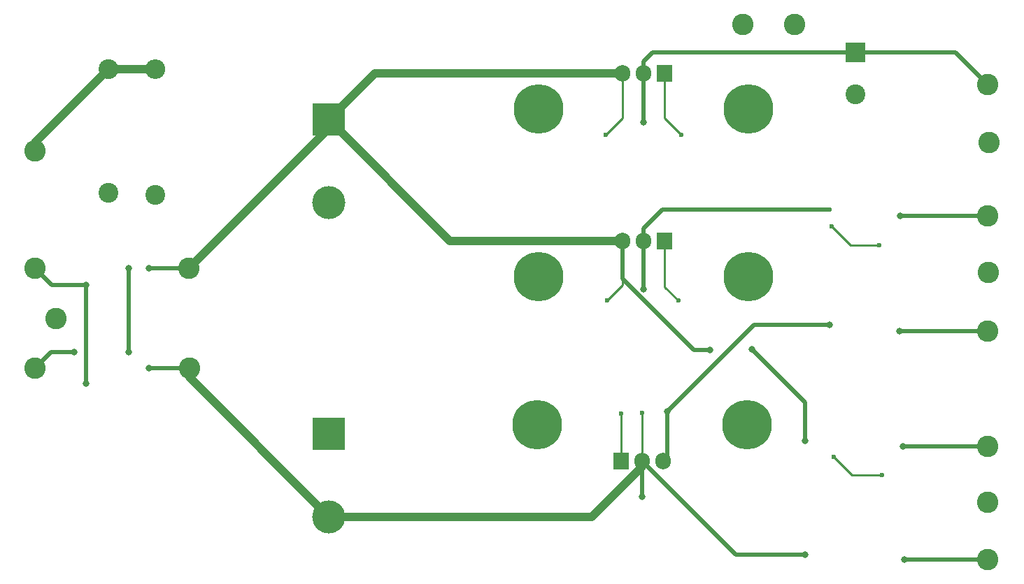
<source format=gbr>
G04 #@! TF.GenerationSoftware,KiCad,Pcbnew,(5.1.9-0-10_14)*
G04 #@! TF.CreationDate,2021-05-02T16:07:57+02:00*
G04 #@! TF.ProjectId,dac-psu,6461632d-7073-4752-9e6b-696361645f70,rev?*
G04 #@! TF.SameCoordinates,Original*
G04 #@! TF.FileFunction,Copper,L2,Bot*
G04 #@! TF.FilePolarity,Positive*
%FSLAX46Y46*%
G04 Gerber Fmt 4.6, Leading zero omitted, Abs format (unit mm)*
G04 Created by KiCad (PCBNEW (5.1.9-0-10_14)) date 2021-05-02 16:07:57*
%MOMM*%
%LPD*%
G01*
G04 APERTURE LIST*
G04 #@! TA.AperFunction,ComponentPad*
%ADD10C,2.600000*%
G04 #@! TD*
G04 #@! TA.AperFunction,ComponentPad*
%ADD11O,2.400000X2.400000*%
G04 #@! TD*
G04 #@! TA.AperFunction,ComponentPad*
%ADD12C,2.400000*%
G04 #@! TD*
G04 #@! TA.AperFunction,ComponentPad*
%ADD13C,4.000000*%
G04 #@! TD*
G04 #@! TA.AperFunction,ComponentPad*
%ADD14R,4.000000X4.000000*%
G04 #@! TD*
G04 #@! TA.AperFunction,ComponentPad*
%ADD15O,1.905000X2.000000*%
G04 #@! TD*
G04 #@! TA.AperFunction,ComponentPad*
%ADD16R,1.905000X2.000000*%
G04 #@! TD*
G04 #@! TA.AperFunction,ComponentPad*
%ADD17C,6.000000*%
G04 #@! TD*
G04 #@! TA.AperFunction,ComponentPad*
%ADD18R,2.400000X2.400000*%
G04 #@! TD*
G04 #@! TA.AperFunction,ViaPad*
%ADD19C,0.600000*%
G04 #@! TD*
G04 #@! TA.AperFunction,ViaPad*
%ADD20C,0.800000*%
G04 #@! TD*
G04 #@! TA.AperFunction,Conductor*
%ADD21C,0.250000*%
G04 #@! TD*
G04 #@! TA.AperFunction,Conductor*
%ADD22C,1.000000*%
G04 #@! TD*
G04 #@! TA.AperFunction,Conductor*
%ADD23C,0.500000*%
G04 #@! TD*
G04 APERTURE END LIST*
D10*
X116459000Y-96139000D03*
X116395500Y-84074000D03*
D11*
X112331500Y-59944000D03*
D12*
X112331500Y-75184000D03*
D10*
X97790000Y-69850000D03*
D12*
X106680000Y-59930000D03*
X106680000Y-74930000D03*
D13*
X133350000Y-114140000D03*
D14*
X133350000Y-104140000D03*
D13*
X133350000Y-76040000D03*
D14*
X133350000Y-66040000D03*
D15*
X173799500Y-107378500D03*
X171259500Y-107378500D03*
D16*
X168719500Y-107378500D03*
D15*
X168910000Y-80708500D03*
X171450000Y-80708500D03*
D16*
X173990000Y-80708500D03*
D15*
X168910000Y-60452000D03*
X171450000Y-60452000D03*
D16*
X173990000Y-60452000D03*
D10*
X213233000Y-68770500D03*
X213106000Y-61785500D03*
X183451500Y-54483000D03*
X189738000Y-54483000D03*
X213106000Y-91630500D03*
X213169500Y-84582000D03*
X213106000Y-77660500D03*
X213106000Y-119316500D03*
X213106000Y-112395000D03*
X213106000Y-105600500D03*
X97790000Y-96139000D03*
X100330000Y-90170000D03*
X97790000Y-84010500D03*
D17*
X158559500Y-102997000D03*
X183959500Y-102997000D03*
X158750000Y-85090000D03*
X184150000Y-85090000D03*
X184150000Y-64770000D03*
X158750000Y-64770000D03*
D12*
X197104000Y-62912000D03*
D18*
X197104000Y-57912000D03*
D19*
X166878000Y-67868800D03*
D20*
X111569500Y-84074000D03*
D19*
X194500500Y-106934000D03*
X200342500Y-109093000D03*
D20*
X191008000Y-104965500D03*
D19*
X167005000Y-87947500D03*
D20*
X179451000Y-93916500D03*
X184594500Y-93853000D03*
X103949500Y-86042500D03*
X103949500Y-98044000D03*
X102552500Y-94234000D03*
X109093000Y-94170500D03*
X109093000Y-84074000D03*
D19*
X171246800Y-101549200D03*
D20*
X111569500Y-96139000D03*
X191008000Y-118745000D03*
X171259500Y-111696500D03*
D19*
X176022000Y-67868800D03*
D20*
X202819000Y-105600500D03*
X203009500Y-119316500D03*
X202501500Y-77660500D03*
X202438000Y-91630500D03*
X171450000Y-66357500D03*
D19*
X175641000Y-87947500D03*
X168719500Y-101663500D03*
X199961500Y-81216500D03*
X194183000Y-78930500D03*
D20*
X171420459Y-86580041D03*
D19*
X193929000Y-76962000D03*
D20*
X174307500Y-101409500D03*
X193929000Y-90932000D03*
D21*
X168910000Y-65836800D02*
X166878000Y-67868800D01*
X168910000Y-60452000D02*
X168910000Y-65836800D01*
X196659500Y-109093000D02*
X194500500Y-106934000D01*
X200342500Y-109093000D02*
X196659500Y-109093000D01*
D22*
X138938000Y-60452000D02*
X133350000Y-66040000D01*
X168910000Y-60452000D02*
X138938000Y-60452000D01*
X148018500Y-80708500D02*
X133350000Y-66040000D01*
X168910000Y-80708500D02*
X148018500Y-80708500D01*
D21*
X168910000Y-86042500D02*
X167005000Y-87947500D01*
X168910000Y-80708500D02*
X168910000Y-86042500D01*
D23*
X177498916Y-93916500D02*
X179451000Y-93916500D01*
X168910000Y-85327584D02*
X177498916Y-93916500D01*
X168910000Y-80708500D02*
X168910000Y-85327584D01*
X191008000Y-100266500D02*
X191008000Y-104965500D01*
X184594500Y-93853000D02*
X191008000Y-100266500D01*
X116395500Y-84074000D02*
X111569500Y-84074000D01*
D22*
X133350000Y-67119500D02*
X116395500Y-84074000D01*
X133350000Y-66040000D02*
X133350000Y-67119500D01*
D23*
X99822000Y-86042500D02*
X97790000Y-84010500D01*
X103949500Y-86042500D02*
X99822000Y-86042500D01*
X103949500Y-98044000D02*
X103949500Y-86042500D01*
D22*
X97917000Y-96012000D02*
X97790000Y-96139000D01*
D23*
X99695000Y-94234000D02*
X97790000Y-96139000D01*
X102552500Y-94234000D02*
X99695000Y-94234000D01*
X109093000Y-94170500D02*
X109093000Y-84074000D01*
D21*
X171259500Y-101561900D02*
X171246800Y-101549200D01*
X171259500Y-107378500D02*
X171259500Y-101561900D01*
D22*
X171259500Y-108051002D02*
X171259500Y-107378500D01*
X165170502Y-114140000D02*
X171259500Y-108051002D01*
X133350000Y-114140000D02*
X165170502Y-114140000D01*
D23*
X171259500Y-111696500D02*
X171259500Y-107378500D01*
X182626000Y-118745000D02*
X171259500Y-107378500D01*
X191008000Y-118745000D02*
X182626000Y-118745000D01*
X116459000Y-96139000D02*
X111569500Y-96139000D01*
D22*
X116459000Y-97249000D02*
X116459000Y-96139000D01*
X133350000Y-114140000D02*
X116459000Y-97249000D01*
D21*
X173990000Y-65836800D02*
X176022000Y-67868800D01*
X173990000Y-60452000D02*
X173990000Y-65836800D01*
D23*
X202819000Y-105600500D02*
X213106000Y-105600500D01*
X213042500Y-119316500D02*
X213106000Y-119380000D01*
X203009500Y-119316500D02*
X213106000Y-119316500D01*
X202501500Y-77660500D02*
X213106000Y-77660500D01*
X202438000Y-91630500D02*
X213106000Y-91630500D01*
X172490000Y-57912000D02*
X197104000Y-57912000D01*
X171450000Y-58952000D02*
X172490000Y-57912000D01*
X171450000Y-60452000D02*
X171450000Y-58952000D01*
X171450000Y-66357500D02*
X171450000Y-60452000D01*
X209232500Y-57912000D02*
X213106000Y-61785500D01*
X197104000Y-57912000D02*
X209232500Y-57912000D01*
D21*
X173990000Y-86296500D02*
X175641000Y-87947500D01*
X173990000Y-80708500D02*
X173990000Y-86296500D01*
X168719500Y-107378500D02*
X168719500Y-101663500D01*
X196469000Y-81216500D02*
X199961500Y-81216500D01*
X194183000Y-78930500D02*
X196469000Y-81216500D01*
D23*
X171420459Y-80738041D02*
X171450000Y-80708500D01*
X171420459Y-86580041D02*
X171420459Y-80738041D01*
X173696500Y-76962000D02*
X193929000Y-76962000D01*
X171450000Y-79208500D02*
X173696500Y-76962000D01*
X171450000Y-80708500D02*
X171450000Y-79208500D01*
X174307500Y-106870500D02*
X173799500Y-107378500D01*
X174307500Y-101409500D02*
X174307500Y-106870500D01*
X184785000Y-90932000D02*
X193929000Y-90932000D01*
X174307500Y-101409500D02*
X184785000Y-90932000D01*
D22*
X106694000Y-59944000D02*
X106680000Y-59930000D01*
X112331500Y-59944000D02*
X106694000Y-59944000D01*
X97790000Y-68820000D02*
X97790000Y-69850000D01*
X106680000Y-59930000D02*
X97790000Y-68820000D01*
M02*

</source>
